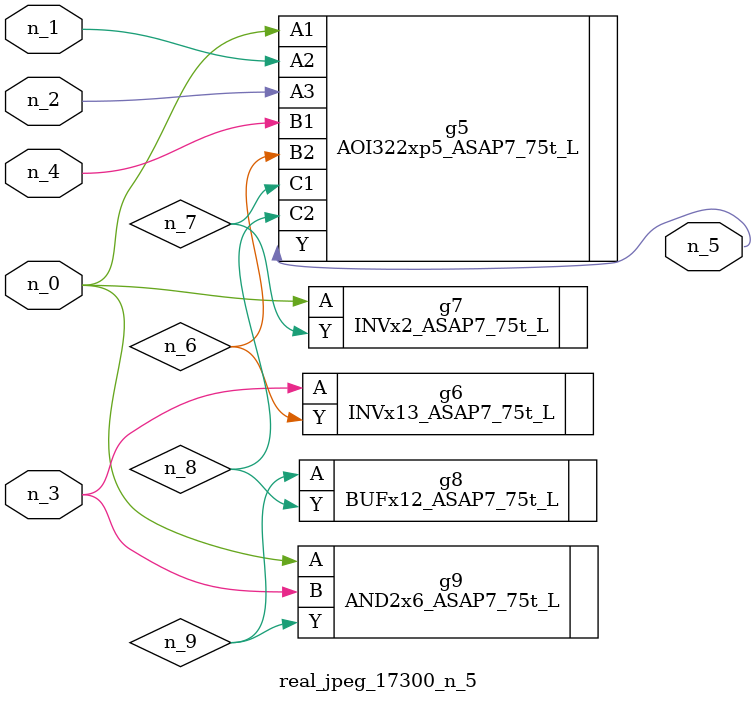
<source format=v>
module real_jpeg_17300_n_5 (n_4, n_0, n_1, n_2, n_3, n_5);

input n_4;
input n_0;
input n_1;
input n_2;
input n_3;

output n_5;

wire n_8;
wire n_6;
wire n_7;
wire n_9;

AOI322xp5_ASAP7_75t_L g5 ( 
.A1(n_0),
.A2(n_1),
.A3(n_2),
.B1(n_4),
.B2(n_6),
.C1(n_7),
.C2(n_8),
.Y(n_5)
);

INVx2_ASAP7_75t_L g7 ( 
.A(n_0),
.Y(n_7)
);

AND2x6_ASAP7_75t_L g9 ( 
.A(n_0),
.B(n_3),
.Y(n_9)
);

INVx13_ASAP7_75t_L g6 ( 
.A(n_3),
.Y(n_6)
);

BUFx12_ASAP7_75t_L g8 ( 
.A(n_9),
.Y(n_8)
);


endmodule
</source>
